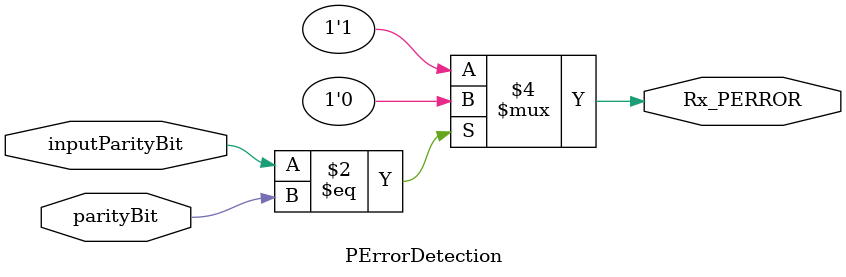
<source format=v>
 `timescale 1ns / 1ps

module PErrorDetection(inputParityBit, parityBit, Rx_PERROR);
  input inputParityBit;
  input parityBit;
  output reg Rx_PERROR;
  
  always @ (inputParityBit or parityBit)
    begin
      if (inputParityBit == parityBit)
        Rx_PERROR = 0;
      else
        Rx_PERROR = 1;
    end
  
endmodule
</source>
